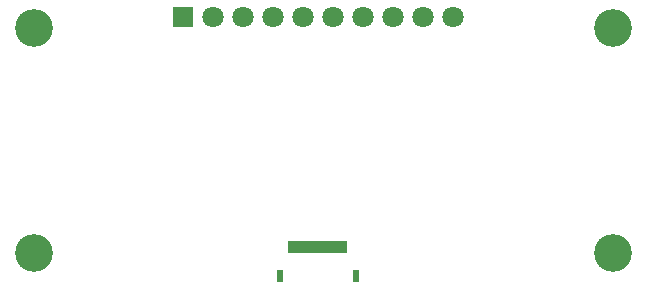
<source format=gts>
G04*
G04 #@! TF.GenerationSoftware,Altium Limited,Altium Designer,23.8.1 (32)*
G04*
G04 Layer_Color=8388736*
%FSLAX44Y44*%
%MOMM*%
G71*
G04*
G04 #@! TF.SameCoordinates,F21FC784-CF66-45F2-9398-5FBE0A3DAB67*
G04*
G04*
G04 #@! TF.FilePolarity,Negative*
G04*
G01*
G75*
%ADD14R,0.5032X1.0032*%
%ADD15R,0.6032X1.0032*%
%ADD16C,1.8032*%
%ADD17R,1.8032X1.8032*%
%ADD18C,3.2032*%
D14*
X292500Y35222D02*
D03*
X287500D02*
D03*
X282500D02*
D03*
X277500D02*
D03*
X272500D02*
D03*
X267500D02*
D03*
X262500D02*
D03*
X257500D02*
D03*
X252500D02*
D03*
X247500D02*
D03*
D15*
X238000Y10222D02*
D03*
X302000D02*
D03*
D16*
X384300Y229351D02*
D03*
X358900D02*
D03*
X308100D02*
D03*
X181100D02*
D03*
X206500D02*
D03*
X282700D02*
D03*
X231900D02*
D03*
X257300D02*
D03*
X333500D02*
D03*
D17*
X155700D02*
D03*
D18*
X520000Y30000D02*
D03*
Y220000D02*
D03*
X30000D02*
D03*
Y30000D02*
D03*
M02*

</source>
